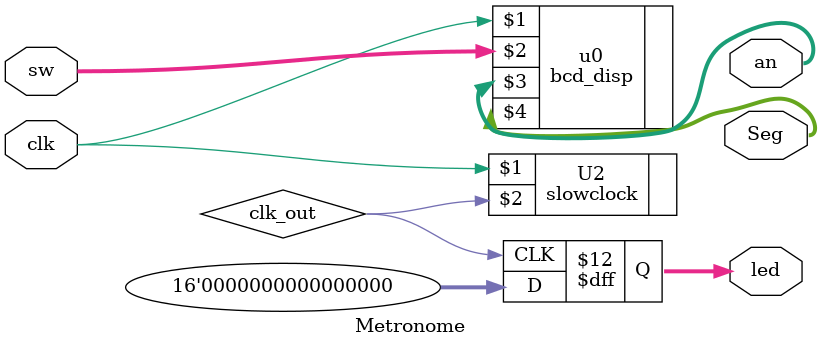
<source format=v>
`timescale 1ns / 1ps


module Metronome(
    input clk,
    input [7:0]sw,                                             
    output [3:0]an,
    output reg [15:0]led,
    output [6:0]Seg
    );
   
    wire bpm = 45 / (sw / 60); // number of ticks between beats
    
    wire clk_out;
    bcd_disp u0(clk, sw, an, Seg); 
    slowclock U2(clk, clk_out);
    reg acc = 0;
    
    always @(posedge clk_out)
    begin
        if(acc == bpm)
        begin
           /* led[0] = 1;
            led[1] = 1;
            led[2] = 1;
            led[3] = 1;
            led[4] = 1;
            led[5] = 1;
            led[6] = 1;
            led[7] = 1;
            led[8] = 1;
            led[9] = 1;
            led[10] = 1;
            led[11] = 1;
            led[12] = 1;
            led[13] = 1;
            led[14] = 1;
            led[15] = 1;*/
            led = 65536;
            //led = ~led;

            acc = 0;
        end
       else
        begin
            
                       /* led[0] = 0;
                       
                        led[1] = 0;
                        led[2] = 0;
                        led[3] = 0;
                        led[4] = 0;
                        led[5] = 0;
                        led[6] = 0;
                        led[7] = 0;
                        led[8] = 0;
                        led[9] = 0;
                        led[10] = 0;
                        led[11] = 0;
                        led[12] = 0;
                        led[13] = 0;
                        led[14] = 0;
                        led[15] = 0;*/
                        led = 0;
        end
         acc = acc + 1;
    end
    /*
    always @(negedge clk_out)
    begin
          if(bcc != bpm)
            begin
                bcc <= bcc + 1;
                
                            led[0] <= 1;
                            led[1] <= 1;
                            led[2] <= 1;
                            led[3] <= 1;
                            led[4] <= 1;
                            led[5] <= 1;
                            led[6] <= 1;
                            led[7] <= 1;
                            led[8] <= 1;
                            led[9] <= 1;
                            led[10] <= 1;
                            led[11] <= 1;
                            led[12] <= 1;
                            led[13] <= 1;
                            led[14] <= 1;
                            led[15] <= 1;
                //led = ~led;
    
                //bcc <= 0;
            end
           else
            begin
                acc <= 0;
                 led[0] <= 0;
                                       led[1] <= 0;
                                       led[2] <= 0;
                                       led[3] <= 0;
                                       led[4] <= 0;
                                       led[5] <= 0;
                                       led[6] <= 0;
                                       led[7] <= 0;
                                       led[8] <= 0;
                                       led[9] <= 0;
                                       led[10] <= 0;
                                       led[11] <= 0;
                                       led[12] <= 0;
                                       led[13] <= 0;
                                       led[14] <= 0;
                                       led[15] <= 0;
            end
    end
        */                                                                                                                                                                                                                                  
endmodule

</source>
